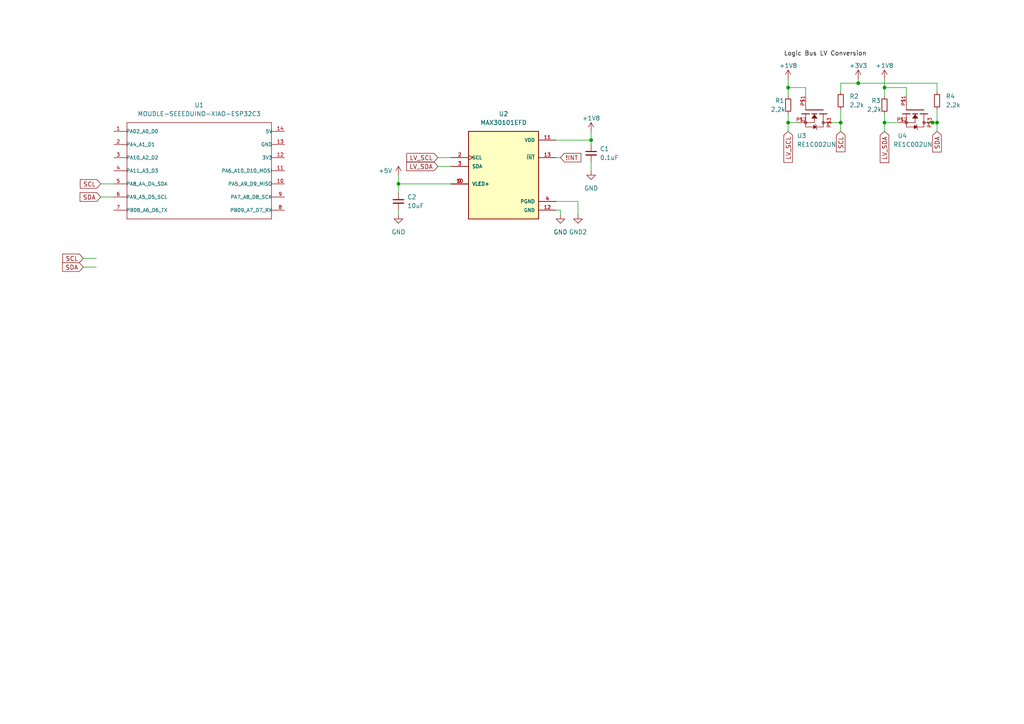
<source format=kicad_sch>
(kicad_sch (version 20230121) (generator eeschema)
  (paper "A4")
  (lib_symbols
    (symbol "Device:C_Small" (pin_numbers hide) (pin_names (offset 0.254) hide)
      (property "Reference" "C" (at 0.254 1.778 0))
      (property "Value" "C_Small" (at 0.254 -2.032 0))
      (symbol "C_Small_0_1"
        (polyline (pts (xy -1.524 -0.508) (xy 1.524 -0.508)) (stroke (width 0.3302)))
        (polyline (pts (xy -1.524 0.508) (xy 1.524 0.508)) (stroke (width 0.3048)))
      )
      (symbol "C_Small_1_1"
        (pin passive line (at 0 2.54 270) (length 2.032) (name "~") (number "1"))
        (pin passive line (at 0 -2.54 90) (length 2.032) (name "~") (number "2"))
      )
    )
    (symbol "Device:R_Small" (pin_numbers hide) (pin_names (offset 0.254) hide)
      (property "Reference" "R" (at 0.762 0.508 0))
      (property "Value" "R_Small" (at 0.762 -1.016 0))
      (symbol "R_Small_0_1"
        (rectangle (start -0.762 1.778) (end 0.762 -1.778) (stroke (width 0.2032)))
      )
      (symbol "R_Small_1_1"
        (pin passive line (at 0 2.54 270) (length 0.762) (name "~") (number "1"))
        (pin passive line (at 0 -2.54 90) (length 0.762) (name "~") (number "2"))
      )
    )
    (symbol "MAX30101EFD:MAX30101EFD" (pin_names (offset 1.016))
      (property "Reference" "U" (at -10.16 12.7 0))
      (property "Value" "MAX30101EFD" (at -10.16 -15.24 0))
      (symbol "MAX30101EFD_0_0"
        (rectangle (start -10.16 -12.7) (end 10.16 12.7) (stroke (width 0.254)) (fill (type background)))
        (pin passive line (at -15.24 -2.54 0) (length 5.08) (name "VLED+") (number "10"))
        (pin power_in line (at 15.24 10.16 180) (length 5.08) (name "VDD") (number "11"))
        (pin power_in line (at 15.24 -10.16 180) (length 5.08) (name "GND") (number "12"))
        (pin output line (at 15.24 5.08 180) (length 5.08) (name "~{INT}") (number "13"))
        (pin input clock (at -15.24 5.08 0) (length 5.08) (name "SCL") (number "2"))
        (pin bidirectional line (at -15.24 2.54 0) (length 5.08) (name "SDA") (number "3"))
        (pin power_in line (at 15.24 -7.62 180) (length 5.08) (name "PGND") (number "4"))
        (pin passive line (at -15.24 -2.54 0) (length 5.08) (name "VLED+") (number "9"))
      )
    )
    (symbol "MOUDLE-SEEEDUINO-XIAO-ESP32C3:MOUDLE-SEEEDUINO-XIAO-ESP32C3" (pin_names (offset 1.016))
      (property "Reference" "U" (at -21.59 15.24 0))
      (property "Value" "MOUDLE-SEEEDUINO-XIAO-ESP32C3" (at -21.59 13.97 0))
      (symbol "MOUDLE-SEEEDUINO-XIAO-ESP32C3_0_0"
        (polyline (pts (xy -21.59 -13.97) (xy -21.59 0)) (stroke (width 0.1524)))
        (polyline (pts (xy -21.59 -11.43) (xy -22.86 -11.43)) (stroke (width 0.1524)))
        (polyline (pts (xy -21.59 -7.62) (xy -22.86 -7.62)) (stroke (width 0.1524)))
        (polyline (pts (xy -21.59 -3.81) (xy -22.86 -3.81)) (stroke (width 0.1524)))
        (polyline (pts (xy -21.59 0) (xy -22.86 0)) (stroke (width 0.1524)))
        (polyline (pts (xy -21.59 0) (xy -21.59 3.81)) (stroke (width 0.1524)))
        (polyline (pts (xy -21.59 3.81) (xy -22.86 3.81)) (stroke (width 0.1524)))
        (polyline (pts (xy -21.59 3.81) (xy -21.59 7.62)) (stroke (width 0.1524)))
        (polyline (pts (xy -21.59 7.62) (xy -22.86 7.62)) (stroke (width 0.1524)))
        (polyline (pts (xy -21.59 7.62) (xy -21.59 11.43)) (stroke (width 0.1524)))
        (polyline (pts (xy -21.59 11.43) (xy -22.86 11.43)) (stroke (width 0.1524)))
        (polyline (pts (xy -21.59 11.43) (xy -21.59 13.97)) (stroke (width 0.1524)))
        (polyline (pts (xy -21.59 13.97) (xy 20.32 13.97)) (stroke (width 0.1524)))
        (polyline (pts (xy 20.32 -13.97) (xy -21.59 -13.97)) (stroke (width 0.1524)))
        (polyline (pts (xy 20.32 3.81) (xy 20.32 -13.97)) (stroke (width 0.1524)))
        (polyline (pts (xy 20.32 7.62) (xy 20.32 3.81)) (stroke (width 0.1524)))
        (polyline (pts (xy 20.32 11.43) (xy 20.32 7.62)) (stroke (width 0.1524)))
        (polyline (pts (xy 20.32 13.97) (xy 20.32 11.43)) (stroke (width 0.1524)))
        (polyline (pts (xy 21.59 -11.43) (xy 20.32 -11.43)) (stroke (width 0.1524)))
        (polyline (pts (xy 21.59 -7.62) (xy 20.32 -7.62)) (stroke (width 0.1524)))
        (polyline (pts (xy 21.59 -3.81) (xy 20.32 -3.81)) (stroke (width 0.1524)))
        (polyline (pts (xy 21.59 0) (xy 20.32 0)) (stroke (width 0.1524)))
        (polyline (pts (xy 21.59 3.81) (xy 20.32 3.81)) (stroke (width 0.1524)))
        (polyline (pts (xy 21.59 7.62) (xy 20.32 7.62)) (stroke (width 0.1524)))
        (polyline (pts (xy 21.59 11.43) (xy 20.32 11.43)) (stroke (width 0.1524)))
        (pin bidirectional line (at -25.4 11.43 0) (length 2.54) (name "PA02_A0_D0") (number "1"))
        (pin bidirectional line (at 24.13 -3.81 180) (length 2.54) (name "PA5_A9_D9_MISO") (number "10"))
        (pin bidirectional line (at 24.13 0 180) (length 2.54) (name "PA6_A10_D10_MOSI") (number "11"))
        (pin bidirectional line (at 24.13 3.81 180) (length 2.54) (name "3V3") (number "12"))
        (pin bidirectional line (at 24.13 7.62 180) (length 2.54) (name "GND") (number "13"))
        (pin bidirectional line (at 24.13 11.43 180) (length 2.54) (name "5V") (number "14"))
        (pin bidirectional line (at -25.4 7.62 0) (length 2.54) (name "PA4_A1_D1") (number "2"))
        (pin bidirectional line (at -25.4 3.81 0) (length 2.54) (name "PA10_A2_D2") (number "3"))
        (pin bidirectional line (at -25.4 0 0) (length 2.54) (name "PA11_A3_D3") (number "4"))
        (pin bidirectional line (at -25.4 -3.81 0) (length 2.54) (name "PA8_A4_D4_SDA") (number "5"))
        (pin bidirectional line (at -25.4 -7.62 0) (length 2.54) (name "PA9_A5_D5_SCL") (number "6"))
        (pin bidirectional line (at -25.4 -11.43 0) (length 2.54) (name "PB08_A6_D6_TX") (number "7"))
        (pin bidirectional line (at 24.13 -11.43 180) (length 2.54) (name "PB09_A7_D7_RX") (number "8"))
        (pin bidirectional line (at 24.13 -7.62 180) (length 2.54) (name "PA7_A8_D8_SCK") (number "9"))
      )
    )
    (symbol "RE1C002UN:RE1C002UN" (pin_names (offset 1.016))
      (property "Reference" "U" (at -11.43 2.54 0))
      (property "Value" "RE1C002UN" (at -11.43 0 0))
      (symbol "RE1C002UN_0_0"
        (polyline (pts (xy -2.54 -2.54) (xy -1.2192 -2.54)) (stroke (width 0.1524)))
        (polyline (pts (xy -1.143 2.54) (xy -1.143 -2.54)) (stroke (width 0.254)))
        (polyline (pts (xy 0 -2.54) (xy 0 -3.683)) (stroke (width 0.254)))
        (polyline (pts (xy 0 -1.397) (xy 0 -2.54)) (stroke (width 0.254)))
        (polyline (pts (xy 0 0) (xy 0 -0.762)) (stroke (width 0.254)))
        (polyline (pts (xy 0 0) (xy 2.54 0)) (stroke (width 0.1524)))
        (polyline (pts (xy 0 0.762) (xy 0 0)) (stroke (width 0.254)))
        (polyline (pts (xy 0 2.54) (xy 0 1.397)) (stroke (width 0.254)))
        (polyline (pts (xy 0 2.54) (xy 2.54 2.54)) (stroke (width 0.1524)))
        (polyline (pts (xy 0 3.683) (xy 0 2.54)) (stroke (width 0.254)))
        (polyline (pts (xy 2.54 -2.54) (xy 0 -2.54)) (stroke (width 0.1524)))
        (polyline (pts (xy 2.54 -2.54) (xy 3.81 -2.54)) (stroke (width 0.1524)))
        (polyline (pts (xy 2.54 0) (xy 2.54 -2.54)) (stroke (width 0.1524)))
        (polyline (pts (xy 2.54 2.54) (xy 2.54 5.08)) (stroke (width 0.1524)))
        (polyline (pts (xy 2.54 2.54) (xy 3.81 2.54)) (stroke (width 0.1524)))
        (polyline (pts (xy 3.302 0.508) (xy 3.048 0.254)) (stroke (width 0.1524)))
        (polyline (pts (xy 3.81 0.508) (xy 3.302 0.508)) (stroke (width 0.1524)))
        (polyline (pts (xy 3.81 0.508) (xy 3.81 -2.54)) (stroke (width 0.1524)))
        (polyline (pts (xy 3.81 2.54) (xy 3.81 0.508)) (stroke (width 0.1524)))
        (polyline (pts (xy 4.318 0.508) (xy 3.81 0.508)) (stroke (width 0.1524)))
        (polyline (pts (xy 4.572 0.762) (xy 4.318 0.508)) (stroke (width 0.1524)))
        (polyline (pts (xy 0.254 0) (xy 1.27 0.762) (xy 1.27 -0.762) (xy 0.254 0)) (stroke (width 0.1524)) (fill (type outline)))
        (polyline (pts (xy 3.81 0.508) (xy 3.302 -0.254) (xy 4.318 -0.254) (xy 3.81 0.508)) (stroke (width 0.1524)) (fill (type outline)))
        (circle (center 2.54 -2.54) (radius 0.3592))
        (circle (center 2.54 2.54) (radius 0.3592))
        (pin passive line (at -5.08 -2.54 0) (length 2.54) (name "~") (number "P$1"))
        (pin passive line (at 2.54 -5.08 90) (length 2.54) (name "~") (number "P$2"))
        (pin passive line (at 2.54 5.08 180) (length 0) (name "~") (number "P$3"))
      )
    )
    (symbol "power:+1V8" (power) (pin_names (offset 0))
      (property "Value" "+1V8" (at 0 3.556 0))
      (symbol "+1V8_0_1"
        (polyline (pts (xy -0.762 1.27) (xy 0 2.54)))
        (polyline (pts (xy 0 0) (xy 0 2.54)))
        (polyline (pts (xy 0 2.54) (xy 0.762 1.27)))
      )
      (symbol "+1V8_1_1"
        (pin power_in line (at 0 0 90) (length 0) hide (name "+1V8") (number "1"))
      )
    )
    (symbol "power:+3V3" (power) (pin_names (offset 0))
      (property "Value" "+3V3" (at 0 3.556 0))
      (symbol "+3V3_0_1"
        (polyline (pts (xy -0.762 1.27) (xy 0 2.54)))
        (polyline (pts (xy 0 0) (xy 0 2.54)))
        (polyline (pts (xy 0 2.54) (xy 0.762 1.27)))
      )
      (symbol "+3V3_1_1"
        (pin power_in line (at 0 0 90) (length 0) hide (name "+3V3") (number "1"))
      )
    )
    (symbol "power:+5V" (power) (pin_names (offset 0))
      (property "Value" "+5V" (at 0 3.556 0))
      (symbol "+5V_0_1"
        (polyline (pts (xy -0.762 1.27) (xy 0 2.54)))
        (polyline (pts (xy 0 0) (xy 0 2.54)))
        (polyline (pts (xy 0 2.54) (xy 0.762 1.27)))
      )
      (symbol "+5V_1_1"
        (pin power_in line (at 0 0 90) (length 0) hide (name "+5V") (number "1"))
      )
    )
    (symbol "power:GND" (power) (pin_names (offset 0))
      (property "Value" "GND" (at 0 -3.81 0))
      (symbol "GND_0_1"
        (polyline (pts (xy 0 0) (xy 0 -1.27) (xy 1.27 -1.27) (xy 0 -2.54) (xy -1.27 -1.27) (xy 0 -1.27)))
      )
      (symbol "GND_1_1"
        (pin power_in line (at 0 0 270) (length 0) hide (name "GND") (number "1"))
      )
    )
    (symbol "power:GND2" (power) (pin_names (offset 0))
      (property "Value" "GND2" (at 0 -3.81 0))
      (symbol "GND2_0_1"
        (polyline (pts (xy 0 0) (xy 0 -1.27) (xy 1.27 -1.27) (xy 0 -2.54) (xy -1.27 -1.27) (xy 0 -1.27)))
      )
      (symbol "GND2_1_1"
        (pin power_in line (at 0 0 270) (length 0) hide (name "GND2") (number "1"))
      )
    )
  )
  (junction (at 228.6 25.4))
  (junction (at 256.54 35.56))
  (junction (at 248.92 24.13))
  (junction (at 243.84 35.56))
  (junction (at 270.51 35.56))
  (junction (at 115.57 53.34))
  (junction (at 171.45 40.64))
  (junction (at 271.78 35.56))
  (junction (at 228.6 35.56))
  (junction (at 256.54 25.4))
  (wire (pts (xy 243.84 38.1) (xy 243.84 35.56)))
  (wire (pts (xy 256.54 25.4) (xy 256.54 22.86)))
  (wire (pts (xy 256.54 35.56) (xy 260.35 35.56)))
  (wire (pts (xy 127 48.26) (xy 130.81 48.26)))
  (wire (pts (xy 161.29 58.42) (xy 167.64 58.42)))
  (wire (pts (xy 256.54 25.4) (xy 256.54 27.94)))
  (wire (pts (xy 271.78 24.13) (xy 271.78 26.67)))
  (wire (pts (xy 228.6 38.1) (xy 228.6 35.56)))
  (wire (pts (xy 256.54 33.02) (xy 256.54 35.56)))
  (wire (pts (xy 271.78 38.1) (xy 271.78 35.56)))
  (wire (pts (xy 161.29 40.64) (xy 171.45 40.64)))
  (wire (pts (xy 29.21 53.34) (xy 33.02 53.34)))
  (wire (pts (xy 127 45.72) (xy 130.81 45.72)))
  (wire (pts (xy 161.29 45.72) (xy 162.56 45.72)))
  (wire (pts (xy 115.57 60.96) (xy 115.57 62.23)))
  (wire (pts (xy 233.68 25.4) (xy 228.6 25.4)))
  (wire (pts (xy 243.84 26.67) (xy 243.84 24.13)))
  (wire (pts (xy 262.89 25.4) (xy 256.54 25.4)))
  (wire (pts (xy 29.21 57.15) (xy 33.02 57.15)))
  (wire (pts (xy 115.57 50.8) (xy 115.57 53.34)))
  (wire (pts (xy 269.24 35.56) (xy 270.51 35.56)))
  (wire (pts (xy 115.57 55.88) (xy 115.57 53.34)))
  (wire (pts (xy 115.57 53.34) (xy 130.81 53.34)))
  (wire (pts (xy 256.54 38.1) (xy 256.54 35.56)))
  (wire (pts (xy 243.84 24.13) (xy 248.92 24.13)))
  (wire (pts (xy 228.6 25.4) (xy 228.6 27.94)))
  (wire (pts (xy 167.64 58.42) (xy 167.64 62.23)))
  (wire (pts (xy 24.13 77.47) (xy 27.94 77.47)))
  (wire (pts (xy 228.6 25.4) (xy 228.6 22.86)))
  (wire (pts (xy 262.89 27.94) (xy 262.89 25.4)))
  (wire (pts (xy 271.78 35.56) (xy 271.78 31.75)))
  (wire (pts (xy 233.68 27.94) (xy 233.68 25.4)))
  (wire (pts (xy 228.6 33.02) (xy 228.6 35.56)))
  (wire (pts (xy 162.56 60.96) (xy 162.56 62.23)))
  (wire (pts (xy 243.84 35.56) (xy 243.84 31.75)))
  (wire (pts (xy 241.3 35.56) (xy 243.84 35.56)))
  (wire (pts (xy 171.45 40.64) (xy 171.45 41.91)))
  (wire (pts (xy 171.45 46.99) (xy 171.45 49.53)))
  (wire (pts (xy 248.92 22.86) (xy 248.92 24.13)))
  (wire (pts (xy 171.45 38.1) (xy 171.45 40.64)))
  (wire (pts (xy 228.6 35.56) (xy 231.14 35.56)))
  (wire (pts (xy 161.29 60.96) (xy 162.56 60.96)))
  (wire (pts (xy 24.13 74.93) (xy 27.94 74.93)))
  (wire (pts (xy 270.51 35.56) (xy 271.78 35.56)))
  (wire (pts (xy 248.92 24.13) (xy 271.78 24.13)))
  (label "Logic Bus LV Conversion" (at 227.33 16.51 0))
  (global_label "LV_SCL" (shape input) (at 228.6 38.1 270) (property "Intersheetrefs" "${INTERSHEET_REFS}" (effects hide)))
  (global_label "LV_SDA" (shape input) (at 127 48.26 180) (property "Intersheetrefs" "${INTERSHEET_REFS}" (effects hide)))
  (global_label "SCL" (shape input) (at 29.21 53.34 180) (property "Intersheetrefs" "${INTERSHEET_REFS}" (effects hide)))
  (global_label "LV_SDA" (shape input) (at 256.54 38.1 270) (property "Intersheetrefs" "${INTERSHEET_REFS}" (effects hide)))
  (global_label "SCL" (shape input) (at 24.13 74.93 180) (property "Intersheetrefs" "${INTERSHEET_REFS}" (effects hide)))
  (global_label "SDA" (shape input) (at 24.13 77.47 180) (property "Intersheetrefs" "${INTERSHEET_REFS}" (effects hide)))
  (global_label "!INT" (shape input) (at 162.56 45.72 0) (property "Intersheetrefs" "${INTERSHEET_REFS}" (effects hide)))
  (global_label "LV_SCL" (shape input) (at 127 45.72 180) (property "Intersheetrefs" "${INTERSHEET_REFS}" (effects hide)))
  (global_label "SDA" (shape input) (at 271.78 38.1 270) (property "Intersheetrefs" "${INTERSHEET_REFS}" (effects hide)))
  (global_label "SCL" (shape input) (at 243.84 38.1 270) (property "Intersheetrefs" "${INTERSHEET_REFS}" (effects hide)))
  (global_label "SDA" (shape input) (at 29.21 57.15 180) (property "Intersheetrefs" "${INTERSHEET_REFS}" (effects hide)))
  (symbol (lib_id "power:+1V8") (at 171.45 38.1 0) (unit 1)
    (property "Reference" "#PWR01" (effects hide))
    (property "Value" "+1V8" (at 171.45 34.29 0))
  )
  (symbol (lib_id "Device:R_Small") (at 256.54 30.48 0) (unit 1)
    (property "Reference" "R3" (at 252.73 29.21 0) (effects (justify left)))
    (property "Value" "2,2k" (at 251.46 31.75 0) (effects (justify left)))
  )
  (symbol (lib_id "power:+3V3") (at 248.92 22.86 0) (unit 1)
    (property "Reference" "#PWR09" (effects hide))
    (property "Value" "+3V3" (at 248.92 19.05 0))
  )
  (symbol (lib_id "power:GND2") (at 167.64 62.23 0) (unit 1)
    (property "Reference" "#PWR06" (effects hide))
    (property "Value" "GND2" (at 167.64 67.31 0))
  )
  (symbol (lib_id "Device:C_Small") (at 115.57 58.42 0) (unit 1)
    (property "Reference" "C2" (at 118.11 57.15 0) (effects (justify left)))
    (property "Value" "10uF" (at 118.11 59.69 0) (effects (justify left)))
  )
  (symbol (lib_id "power:GND") (at 171.45 49.53 0) (unit 1)
    (property "Reference" "#PWR02" (effects hide))
    (property "Value" "GND" (at 171.45 54.61 0))
  )
  (symbol (lib_id "power:+5V") (at 115.57 50.8 0) (unit 1)
    (property "Reference" "#PWR03" (effects hide))
    (property "Value" "+5V" (at 111.76 49.53 0))
  )
  (symbol (lib_id "power:GND") (at 162.56 62.23 0) (unit 1)
    (property "Reference" "#PWR05" (effects hide))
    (property "Value" "GND" (at 162.56 67.31 0))
  )
  (symbol (lib_id "power:+1V8") (at 228.6 22.86 0) (unit 1)
    (property "Reference" "#PWR07" (effects hide))
    (property "Value" "+1V8" (at 228.6 19.05 0))
  )
  (symbol (lib_id "power:+1V8") (at 256.54 22.86 0) (unit 1)
    (property "Reference" "#PWR08" (effects hide))
    (property "Value" "+1V8" (at 256.54 19.05 0))
  )
  (symbol (lib_id "power:GND") (at 115.57 62.23 0) (unit 1)
    (property "Reference" "#PWR04" (effects hide))
    (property "Value" "GND" (at 115.57 67.31 0))
  )
  (symbol (lib_id "MAX30101EFD:MAX30101EFD") (at 146.05 50.8 0) (unit 1)
    (property "Reference" "U2" (at 146.05 33.02 0))
    (property "Value" "MAX30101EFD" (at 146.05 35.56 0))
    (property "Footprint" "MAX30101EFD:PSON80P560X330X165-14N" (effects hide))
    (property "MF" "Analog Devices" (effects hide))
    (property "Description" "\nHigh-Sensitivity Pulse Oximeter and Heart-Rate Sensor for Wearable Health\n" (effects hide))
    (property "Package" "OLGA-14 Maxim" (effects hide))
    (property "Price" "None" (effects hide))
    (property "Check_prices" "https://www.snapeda.com/parts/MAX30101EFD+T/Analog+Devices/view-part/?ref=eda" (effects hide))
    (property "STANDARD" "IPC7351B" (effects hide))
    (property "PARTREV" "2" (effects hide))
    (property "SnapEDA_Link" "https://www.snapeda.com/parts/MAX30101EFD+T/Analog+Devices/view-part/?ref=snap" (effects hide))
    (property "MP" "MAX30101EFD+T" (effects hide))
    (property "Purchase-URL" "https://www.snapeda.com/api/url_track_click_mouser/?unipart_id=585173&manufacturer=Analog Devices&part_name=MAX30101EFD+T&search_term=None" (effects hide))
    (property "Availability" "In Stock" (effects hide))
    (property "MANUFACTURER" "Maxim Integrated" (effects hide))
  )
  (symbol (lib_id "RE1C002UN:RE1C002UN") (at 265.43 33.02 270) (unit 1)
    (property "Reference" "U4" (at 260.35 39.37 90) (effects (justify left)))
    (property "Value" "RE1C002UN" (at 259.08 41.91 90) (effects (justify left)))
    (property "Footprint" "RE1C002UN:EMT3F" (effects hide))
    (property "MF" "Rohm Semiconductor" (effects hide))
    (property "Description" "\nTrans MOSFET N-CH 20V 0.2A 3-Pin EMTF T/R\n" (effects hide))
    (property "Package" "None" (effects hide))
    (property "Price" "None" (effects hide))
    (property "SnapEDA_Link" "https://www.snapeda.com/parts/RE1C002UN/Rohm/view-part/?ref=snap" (effects hide))
    (property "MP" "RE1C002UN" (effects hide))
    (property "Availability" "In Stock" (effects hide))
    (property "Check_prices" "https://www.snapeda.com/parts/RE1C002UN/Rohm/view-part/?ref=eda" (effects hide))
  )
  (symbol (lib_id "Device:C_Small") (at 171.45 44.45 0) (unit 1)
    (property "Reference" "C1" (at 173.99 43.1863 0) (effects (justify left)))
    (property "Value" "0.1uF" (at 173.99 45.7263 0) (effects (justify left)))
  )
  (symbol (lib_id "RE1C002UN:RE1C002UN") (at 236.22 33.02 270) (unit 1)
    (property "Reference" "U3" (at 231.14 39.37 90) (effects (justify left)))
    (property "Value" "RE1C002UN" (at 231.14 41.91 90) (effects (justify left)))
    (property "Footprint" "RE1C002UN:EMT3F" (effects hide))
    (property "MF" "Rohm Semiconductor" (effects hide))
    (property "Description" "\nTrans MOSFET N-CH 20V 0.2A 3-Pin EMTF T/R\n" (effects hide))
    (property "Package" "None" (effects hide))
    (property "Price" "None" (effects hide))
    (property "SnapEDA_Link" "https://www.snapeda.com/parts/RE1C002UN/Rohm/view-part/?ref=snap" (effects hide))
    (property "MP" "RE1C002UN" (effects hide))
    (property "Availability" "In Stock" (effects hide))
    (property "Check_prices" "https://www.snapeda.com/parts/RE1C002UN/Rohm/view-part/?ref=eda" (effects hide))
  )
  (symbol (lib_id "Device:R_Small") (at 228.6 30.48 0) (unit 1)
    (property "Reference" "R1" (at 224.79 29.21 0) (effects (justify left)))
    (property "Value" "2,2k" (at 223.52 31.75 0) (effects (justify left)))
  )
  (symbol (lib_id "Device:R_Small") (at 243.84 29.21 0) (unit 1)
    (property "Reference" "R2" (at 246.38 27.94 0) (effects (justify left)))
    (property "Value" "2.2k" (at 246.38 30.48 0) (effects (justify left)))
  )
  (symbol (lib_id "Device:R_Small") (at 271.78 29.21 0) (unit 1)
    (property "Reference" "R4" (at 274.32 27.94 0) (effects (justify left)))
    (property "Value" "2.2k" (at 274.32 30.48 0) (effects (justify left)))
  )
  (symbol (lib_id "MOUDLE-SEEEDUINO-XIAO-ESP32C3:MOUDLE-SEEEDUINO-XIAO-ESP32C3") (at 58.42 49.53 0) (unit 1)
    (property "Reference" "U1" (at 57.785 30.48 0))
    (property "Value" "MOUDLE-SEEEDUINO-XIAO-ESP32C3" (at 57.785 33.02 0))
    (property "Footprint" "xiao ESP32C3_PCB:MOUDLE14P-SMD-2.54-21X17.8MM" (effects hide))
  )
)
</source>
